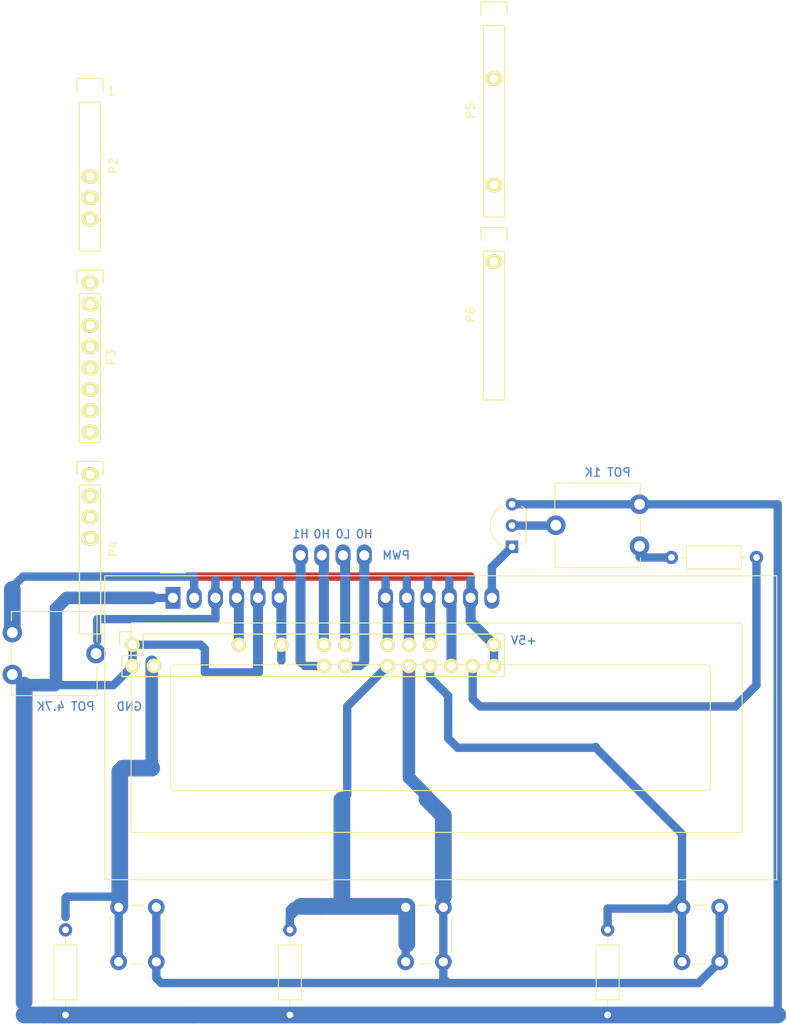
<source format=kicad_pcb>
(kicad_pcb (version 20171130) (host pcbnew 5.0.2-bee76a0~70~ubuntu18.10.1)

  (general
    (thickness 1.6)
    (drawings 10)
    (tracks 134)
    (zones 0)
    (modules 17)
    (nets 1)
  )

  (page A4 portrait)
  (layers
    (0 F.Cu signal)
    (31 B.Cu signal)
    (32 B.Adhes user)
    (33 F.Adhes user)
    (34 B.Paste user)
    (35 F.Paste user)
    (36 B.SilkS user)
    (37 F.SilkS user)
    (38 B.Mask user)
    (39 F.Mask user)
    (40 Dwgs.User user)
    (41 Cmts.User user)
    (42 Eco1.User user)
    (43 Eco2.User user)
    (44 Edge.Cuts user)
    (45 Margin user)
    (46 B.CrtYd user)
    (47 F.CrtYd user)
    (48 B.Fab user)
    (49 F.Fab user hide)
  )

  (setup
    (last_trace_width 1)
    (trace_clearance 0.2)
    (zone_clearance 0.508)
    (zone_45_only no)
    (trace_min 0.2)
    (segment_width 0.2)
    (edge_width 0.15)
    (via_size 0.8)
    (via_drill 0.4)
    (via_min_size 0.4)
    (via_min_drill 0.3)
    (uvia_size 0.3)
    (uvia_drill 0.1)
    (uvias_allowed no)
    (uvia_min_size 0.2)
    (uvia_min_drill 0.1)
    (pcb_text_width 0.3)
    (pcb_text_size 1.5 1.5)
    (mod_edge_width 0.15)
    (mod_text_size 1 1)
    (mod_text_width 0.15)
    (pad_size 1.524 1.524)
    (pad_drill 0.762)
    (pad_to_mask_clearance 0.051)
    (solder_mask_min_width 0.25)
    (aux_axis_origin 0 0)
    (visible_elements FFFFFF7F)
    (pcbplotparams
      (layerselection 0x010fc_ffffffff)
      (usegerberextensions false)
      (usegerberattributes false)
      (usegerberadvancedattributes false)
      (creategerberjobfile false)
      (excludeedgelayer true)
      (linewidth 0.100000)
      (plotframeref false)
      (viasonmask false)
      (mode 1)
      (useauxorigin false)
      (hpglpennumber 1)
      (hpglpenspeed 20)
      (hpglpendiameter 15.000000)
      (psnegative false)
      (psa4output false)
      (plotreference true)
      (plotvalue true)
      (plotinvisibletext false)
      (padsonsilk false)
      (subtractmaskfromsilk false)
      (outputformat 1)
      (mirror false)
      (drillshape 0)
      (scaleselection 1)
      (outputdirectory "./"))
  )

  (net 0 "")

  (net_class Default "This is the default net class."
    (clearance 0.2)
    (trace_width 1)
    (via_dia 0.8)
    (via_drill 0.4)
    (uvia_dia 0.3)
    (uvia_drill 0.1)
  )

  (module Display:WC1602A (layer F.Cu) (tedit 5C3CA4E0) (tstamp 5C3186EE)
    (at 77.606917 138.170441)
    (descr "LCD 16x2 http://www.wincomlcd.com/pdf/WC1602A-SFYLYHTC06.pdf")
    (tags "LCD 16x2 Alphanumeric 16pin")
    (fp_text reference LCD (at 8.753083 -4.820441) (layer B.Adhes)
      (effects (font (size 1 1) (thickness 0.15)) (justify mirror))
    )
    (fp_text value WC1602A (at -4.31 34.66) (layer F.Fab)
      (effects (font (size 1 1) (thickness 0.15)))
    )
    (fp_line (start -8 33.5) (end -8 -2.5) (layer F.Fab) (width 0.1))
    (fp_line (start 72 33.5) (end -8 33.5) (layer F.Fab) (width 0.1))
    (fp_line (start 72 -2.5) (end 72 33.5) (layer F.Fab) (width 0.1))
    (fp_line (start 1 -2.5) (end 72 -2.5) (layer F.Fab) (width 0.1))
    (fp_line (start -5 28) (end -5 3) (layer F.SilkS) (width 0.12))
    (fp_line (start 68 28) (end -5 28) (layer F.SilkS) (width 0.12))
    (fp_line (start 68 3) (end 68 28) (layer F.SilkS) (width 0.12))
    (fp_line (start -5 3) (end 68 3) (layer F.SilkS) (width 0.12))
    (fp_arc (start 0.20066 8.49884) (end -0.29972 8.49884) (angle 90) (layer F.SilkS) (width 0.12))
    (fp_arc (start 0.20066 22.49932) (end 0.20066 22.9997) (angle 90) (layer F.SilkS) (width 0.12))
    (fp_arc (start 63.70066 22.49932) (end 64.20104 22.49932) (angle 90) (layer F.SilkS) (width 0.12))
    (fp_arc (start 63.7 8.5) (end 63.7 8) (angle 90) (layer F.SilkS) (width 0.12))
    (fp_line (start 64.2 8.5) (end 64.2 22.5) (layer F.SilkS) (width 0.12))
    (fp_line (start 63.70066 23) (end 0.2 23) (layer F.SilkS) (width 0.12))
    (fp_line (start -0.29972 22.49932) (end -0.29972 8.5) (layer F.SilkS) (width 0.12))
    (fp_line (start 0.2 8) (end 63.7 8) (layer F.SilkS) (width 0.12))
    (fp_text user %R (at 30.37 14.74) (layer F.Fab)
      (effects (font (size 1 1) (thickness 0.1)))
    )
    (fp_line (start -1 -2.5) (end -8 -2.5) (layer F.Fab) (width 0.1))
    (fp_line (start 0 -1.5) (end -1 -2.5) (layer F.Fab) (width 0.1))
    (fp_line (start 1 -2.5) (end 0 -1.5) (layer F.Fab) (width 0.1))
    (fp_line (start -8.25 -2.75) (end 72.25 -2.75) (layer F.CrtYd) (width 0.05))
    (fp_line (start -1.5 -3) (end 1.5 -3) (layer F.SilkS) (width 0.12))
    (fp_line (start 72.25 -2.75) (end 72.25 33.75) (layer F.CrtYd) (width 0.05))
    (fp_line (start -8.25 33.75) (end 72.25 33.75) (layer F.CrtYd) (width 0.05))
    (fp_line (start -8.25 -2.75) (end -8.25 33.75) (layer F.CrtYd) (width 0.05))
    (fp_line (start -8.13 -2.64) (end -7.34 -2.64) (layer F.SilkS) (width 0.12))
    (fp_line (start -8.14 -2.64) (end -8.14 33.64) (layer F.SilkS) (width 0.12))
    (fp_line (start 72.14 -2.64) (end -7.34 -2.64) (layer F.SilkS) (width 0.12))
    (fp_line (start 72.14 33.64) (end 72.14 -2.64) (layer F.SilkS) (width 0.12))
    (fp_line (start -8.14 33.64) (end 72.14 33.64) (layer F.SilkS) (width 0.12))
    (pad 16 thru_hole oval (at 38.1 0) (size 1.8 2.6) (drill 1.2) (layers *.Cu *.Mask))
    (pad 15 thru_hole oval (at 35.56 0) (size 1.8 2.6) (drill 1.2) (layers *.Cu *.Mask))
    (pad 14 thru_hole oval (at 33.02 0) (size 1.8 2.6) (drill 1.2) (layers *.Cu *.Mask))
    (pad 13 thru_hole oval (at 30.48 0) (size 1.8 2.6) (drill 1.2) (layers *.Cu *.Mask))
    (pad 12 thru_hole oval (at 27.94 0) (size 1.8 2.6) (drill 1.2) (layers *.Cu *.Mask))
    (pad 11 thru_hole oval (at 25.4 0) (size 1.8 2.6) (drill 1.2) (layers *.Cu *.Mask))
    (pad 10 thru_hole oval (at 22.86 -5.08) (size 1.8 2.6) (drill 1.2) (layers *.Cu *.Mask))
    (pad 9 thru_hole oval (at 20.32 -5.08) (size 1.8 2.6) (drill 1.2) (layers *.Cu *.Mask))
    (pad 8 thru_hole oval (at 17.78 -5.08) (size 1.8 2.6) (drill 1.2) (layers *.Cu *.Mask))
    (pad 7 thru_hole oval (at 15.24 -5.08) (size 1.8 2.6) (drill 1.2) (layers *.Cu *.Mask))
    (pad 6 thru_hole oval (at 12.7 0) (size 1.8 2.6) (drill 1.2) (layers *.Cu *.Mask))
    (pad 5 thru_hole oval (at 10.16 0) (size 1.8 2.6) (drill 1.2) (layers *.Cu *.Mask))
    (pad 4 thru_hole oval (at 7.62 0) (size 1.8 2.6) (drill 1.2) (layers *.Cu *.Mask))
    (pad 3 thru_hole oval (at 5.08 0) (size 1.8 2.6) (drill 1.2) (layers *.Cu *.Mask))
    (pad 2 thru_hole oval (at 2.54 0) (size 1.8 2.6) (drill 1.2) (layers *.Cu *.Mask))
    (pad 1 thru_hole rect (at 0 0) (size 1.8 2.6) (drill 1.2) (layers *.Cu *.Mask))
    (model ${KISYS3DMOD}/Display.3dshapes/WC1602A.wrl
      (at (xyz 0 0 0))
      (scale (xyz 1 1 1))
      (rotate (xyz 0 0 0))
    )
  )

  (module Socket_Arduino_Mega:Socket_Strip_Arduino_2x18 locked (layer F.Cu) (tedit 5C3CA50B) (tstamp 5C3212E1)
    (at 72.780917 143.758441)
    (descr "Through hole socket strip")
    (tags "socket strip")
    (path /56D743B5)
    (fp_text reference "ARDUINO DIGITAL I/O" (at 16.119083 5.842) (layer B.Adhes)
      (effects (font (size 1 1) (thickness 0.15)) (justify mirror))
    )
    (fp_text value Digital (at 21.59 -4.572) (layer F.Fab)
      (effects (font (size 1 1) (thickness 0.15)))
    )
    (fp_line (start -1.55 -1.55) (end -1.55 0) (layer F.SilkS) (width 0.15))
    (fp_line (start 1.27 1.27) (end 1.27 -1.27) (layer F.SilkS) (width 0.15))
    (fp_line (start -1.27 1.27) (end 1.27 1.27) (layer F.SilkS) (width 0.15))
    (fp_line (start 0 -1.55) (end -1.55 -1.55) (layer F.SilkS) (width 0.15))
    (fp_line (start -1.27 3.81) (end -1.27 1.27) (layer F.SilkS) (width 0.15))
    (fp_line (start 44.45 3.81) (end 44.45 -1.27) (layer F.SilkS) (width 0.15))
    (fp_line (start 44.45 -1.27) (end 1.27 -1.27) (layer F.SilkS) (width 0.15))
    (fp_line (start -1.27 3.81) (end 44.45 3.81) (layer F.SilkS) (width 0.15))
    (fp_line (start -1.75 4.3) (end 44.95 4.3) (layer F.CrtYd) (width 0.05))
    (fp_line (start -1.75 -1.75) (end 44.95 -1.75) (layer F.CrtYd) (width 0.05))
    (fp_line (start 44.95 -1.75) (end 44.95 4.3) (layer F.CrtYd) (width 0.05))
    (fp_line (start -1.75 -1.75) (end -1.75 4.3) (layer F.CrtYd) (width 0.05))
    (pad 20 thru_hole oval (at 43.18 0) (size 1.7272 1.7272) (drill 1.016) (layers *.Cu *.Mask F.SilkS))
    (pad 29 thru_hole oval (at 33.02 2.54) (size 1.7272 1.7272) (drill 1.016) (layers *.Cu *.Mask F.SilkS))
    (pad 31 thru_hole oval (at 30.48 2.54) (size 1.7272 1.7272) (drill 1.016) (layers *.Cu *.Mask F.SilkS))
    (pad 40 thru_hole oval (at 17.78 0) (size 1.7272 1.7272) (drill 1.016) (layers *.Cu *.Mask F.SilkS))
    (pad 53 thru_hole oval (at 2.54 2.54) (size 1.7272 1.7272) (drill 1.016) (layers *.Cu *.Mask F.SilkS))
    (pad 55 thru_hole oval (at 0 2.54) (size 1.7272 1.7272) (drill 1.016) (layers *.Cu *.Mask F.SilkS))
    (pad 27 thru_hole oval (at 35.56 2.54) (size 1.7272 1.7272) (drill 1.016) (layers *.Cu *.Mask F.SilkS))
    (pad 25 thru_hole oval (at 38.1 2.54) (size 1.7272 1.7272) (drill 1.016) (layers *.Cu *.Mask F.SilkS))
    (pad 21 thru_hole oval (at 43.18 2.54) (size 1.7272 1.7272) (drill 1.016) (layers *.Cu *.Mask F.SilkS))
    (pad 54 thru_hole oval (at 0 0) (size 1.7272 1.7272) (drill 1.016) (layers *.Cu *.Mask F.SilkS))
    (pad 26 thru_hole oval (at 35.56 0) (size 1.7272 1.7272) (drill 1.016) (layers *.Cu *.Mask F.SilkS))
    (pad 28 thru_hole oval (at 33.02 0) (size 1.7272 1.7272) (drill 1.016) (layers *.Cu *.Mask F.SilkS))
    (pad 30 thru_hole oval (at 30.48 0) (size 1.7272 1.7272) (drill 1.016) (layers *.Cu *.Mask F.SilkS))
    (pad 23 thru_hole oval (at 40.64 2.54) (size 1.7272 1.7272) (drill 1.016) (layers *.Cu *.Mask F.SilkS))
    (pad 44 thru_hole oval (at 12.7 0) (size 1.7272 1.7272) (drill 1.016) (layers *.Cu *.Mask F.SilkS))
    (pad 34 thru_hole oval (at 25.4 0) (size 1.7272 1.7272) (drill 1.016) (layers *.Cu *.Mask F.SilkS))
    (pad 36 thru_hole oval (at 22.86 0) (size 1.7272 1.7272) (drill 1.016) (layers *.Cu *.Mask F.SilkS))
    (pad 37 thru_hole oval (at 22.86 2.54) (size 1.7272 1.7272) (drill 1.016) (layers *.Cu *.Mask F.SilkS))
    (pad 35 thru_hole oval (at 25.4 2.54) (size 1.7272 1.7272) (drill 1.016) (layers *.Cu *.Mask F.SilkS))
  )

  (module Socket_Arduino_Mega:Socket_Strip_Arduino_1x08 locked (layer F.Cu) (tedit 5C322F4C) (tstamp 5C321340)
    (at 67.700917 77.718441 270)
    (descr "Through hole socket strip")
    (tags "socket strip")
    (path /56D71773)
    (fp_text reference P2 (at 8.89 -2.794 270) (layer F.SilkS)
      (effects (font (size 1 1) (thickness 0.15)))
    )
    (fp_text value Power (at 8.89 -4.318 270) (layer F.Fab)
      (effects (font (size 1 1) (thickness 0.15)))
    )
    (fp_line (start -1.55 -1.55) (end -1.55 1.55) (layer F.SilkS) (width 0.15))
    (fp_line (start 0 -1.55) (end -1.55 -1.55) (layer F.SilkS) (width 0.15))
    (fp_line (start 1.27 1.27) (end 1.27 -1.27) (layer F.SilkS) (width 0.15))
    (fp_line (start -1.55 1.55) (end 0 1.55) (layer F.SilkS) (width 0.15))
    (fp_line (start 19.05 -1.27) (end 1.27 -1.27) (layer F.SilkS) (width 0.15))
    (fp_line (start 19.05 1.27) (end 19.05 -1.27) (layer F.SilkS) (width 0.15))
    (fp_line (start 1.27 1.27) (end 19.05 1.27) (layer F.SilkS) (width 0.15))
    (fp_line (start -1.75 1.75) (end 19.55 1.75) (layer F.CrtYd) (width 0.05))
    (fp_line (start -1.75 -1.75) (end 19.55 -1.75) (layer F.CrtYd) (width 0.05))
    (fp_line (start 19.55 -1.75) (end 19.55 1.75) (layer F.CrtYd) (width 0.05))
    (fp_line (start -1.75 -1.75) (end -1.75 1.75) (layer F.CrtYd) (width 0.05))
    (pad 7 thru_hole oval (at 15.24 0 270) (size 1.7272 2.032) (drill 1.016) (layers *.Cu *.Mask F.SilkS))
    (pad 6 thru_hole oval (at 12.7 0 270) (size 1.7272 2.032) (drill 1.016) (layers *.Cu *.Mask F.SilkS))
    (pad 5 thru_hole oval (at 10.16 0 270) (size 1.7272 2.032) (drill 1.016) (layers *.Cu *.Mask F.SilkS))
  )

  (module Resistor_THT:R_Axial_DIN0207_L6.3mm_D2.5mm_P10.16mm_Horizontal (layer F.Cu) (tedit 5C3CA538) (tstamp 5C3248A5)
    (at 147.32 133.35 180)
    (descr "Resistor, Axial_DIN0207 series, Axial, Horizontal, pin pitch=10.16mm, 0.25W = 1/4W, length*diameter=6.3*2.5mm^2, http://cdn-reichelt.de/documents/datenblatt/B400/1_4W%23YAG.pdf")
    (tags "Resistor Axial_DIN0207 series Axial Horizontal pin pitch 10.16mm 0.25W = 1/4W length 6.3mm diameter 2.5mm")
    (fp_text reference "1.5 K" (at 7.360441 1.133083 270) (layer B.Adhes)
      (effects (font (size 1 1) (thickness 0.15)) (justify mirror))
    )
    (fp_text value R_Axial_DIN0207_L6.3mm_D2.5mm_P10.16mm_Horizontal (at 5.08 2.37 180) (layer F.Fab)
      (effects (font (size 1 1) (thickness 0.15)))
    )
    (fp_text user %R (at 5.08 0 180) (layer F.Fab)
      (effects (font (size 1 1) (thickness 0.15)))
    )
    (fp_line (start 11.21 -1.5) (end -1.05 -1.5) (layer F.CrtYd) (width 0.05))
    (fp_line (start 11.21 1.5) (end 11.21 -1.5) (layer F.CrtYd) (width 0.05))
    (fp_line (start -1.05 1.5) (end 11.21 1.5) (layer F.CrtYd) (width 0.05))
    (fp_line (start -1.05 -1.5) (end -1.05 1.5) (layer F.CrtYd) (width 0.05))
    (fp_line (start 9.12 0) (end 8.35 0) (layer F.SilkS) (width 0.12))
    (fp_line (start 1.04 0) (end 1.81 0) (layer F.SilkS) (width 0.12))
    (fp_line (start 8.35 -1.37) (end 1.81 -1.37) (layer F.SilkS) (width 0.12))
    (fp_line (start 8.35 1.37) (end 8.35 -1.37) (layer F.SilkS) (width 0.12))
    (fp_line (start 1.81 1.37) (end 8.35 1.37) (layer F.SilkS) (width 0.12))
    (fp_line (start 1.81 -1.37) (end 1.81 1.37) (layer F.SilkS) (width 0.12))
    (fp_line (start 10.16 0) (end 8.23 0) (layer F.Fab) (width 0.1))
    (fp_line (start 0 0) (end 1.93 0) (layer F.Fab) (width 0.1))
    (fp_line (start 8.23 -1.25) (end 1.93 -1.25) (layer F.Fab) (width 0.1))
    (fp_line (start 8.23 1.25) (end 8.23 -1.25) (layer F.Fab) (width 0.1))
    (fp_line (start 1.93 1.25) (end 8.23 1.25) (layer F.Fab) (width 0.1))
    (fp_line (start 1.93 -1.25) (end 1.93 1.25) (layer F.Fab) (width 0.1))
    (pad 2 thru_hole oval (at 10.16 0 180) (size 1.6 1.6) (drill 0.8) (layers *.Cu *.Mask))
    (pad 1 thru_hole circle (at 0 0 180) (size 1.6 1.6) (drill 0.8) (layers *.Cu *.Mask))
    (model ${KISYS3DMOD}/Resistor_THT.3dshapes/R_Axial_DIN0207_L6.3mm_D2.5mm_P10.16mm_Horizontal.wrl
      (at (xyz 0 0 0))
      (scale (xyz 1 1 1))
      (rotate (xyz 0 0 0))
    )
  )

  (module Resistor_THT:R_Axial_DIN0207_L6.3mm_D2.5mm_P10.16mm_Horizontal (layer F.Cu) (tedit 5C3CA551) (tstamp 5C32391D)
    (at 129.54 187.96 90)
    (descr "Resistor, Axial_DIN0207 series, Axial, Horizontal, pin pitch=10.16mm, 0.25W = 1/4W, length*diameter=6.3*2.5mm^2, http://cdn-reichelt.de/documents/datenblatt/B400/1_4W%23YAG.pdf")
    (tags "Resistor Axial_DIN0207 series Axial Horizontal pin pitch 10.16mm 0.25W = 1/4W length 6.3mm diameter 2.5mm")
    (fp_text reference "10 K" (at 5.08 0) (layer B.Adhes)
      (effects (font (size 1 1) (thickness 0.15)) (justify mirror))
    )
    (fp_text value R_Axial_DIN0207_L6.3mm_D2.5mm_P10.16mm_Horizontal (at 5.08 2.37 90) (layer F.Fab)
      (effects (font (size 1 1) (thickness 0.15)))
    )
    (fp_text user %R (at 5.08 0 90) (layer F.Fab)
      (effects (font (size 1 1) (thickness 0.15)))
    )
    (fp_line (start 11.21 -1.5) (end -1.05 -1.5) (layer F.CrtYd) (width 0.05))
    (fp_line (start 11.21 1.5) (end 11.21 -1.5) (layer F.CrtYd) (width 0.05))
    (fp_line (start -1.05 1.5) (end 11.21 1.5) (layer F.CrtYd) (width 0.05))
    (fp_line (start -1.05 -1.5) (end -1.05 1.5) (layer F.CrtYd) (width 0.05))
    (fp_line (start 9.12 0) (end 8.35 0) (layer F.SilkS) (width 0.12))
    (fp_line (start 1.04 0) (end 1.81 0) (layer F.SilkS) (width 0.12))
    (fp_line (start 8.35 -1.37) (end 1.81 -1.37) (layer F.SilkS) (width 0.12))
    (fp_line (start 8.35 1.37) (end 8.35 -1.37) (layer F.SilkS) (width 0.12))
    (fp_line (start 1.81 1.37) (end 8.35 1.37) (layer F.SilkS) (width 0.12))
    (fp_line (start 1.81 -1.37) (end 1.81 1.37) (layer F.SilkS) (width 0.12))
    (fp_line (start 10.16 0) (end 8.23 0) (layer F.Fab) (width 0.1))
    (fp_line (start 0 0) (end 1.93 0) (layer F.Fab) (width 0.1))
    (fp_line (start 8.23 -1.25) (end 1.93 -1.25) (layer F.Fab) (width 0.1))
    (fp_line (start 8.23 1.25) (end 8.23 -1.25) (layer F.Fab) (width 0.1))
    (fp_line (start 1.93 1.25) (end 8.23 1.25) (layer F.Fab) (width 0.1))
    (fp_line (start 1.93 -1.25) (end 1.93 1.25) (layer F.Fab) (width 0.1))
    (pad 2 thru_hole oval (at 10.16 0 90) (size 1.6 1.6) (drill 0.8) (layers *.Cu *.Mask))
    (pad 1 thru_hole circle (at 0 0 90) (size 1.6 1.6) (drill 0.8) (layers *.Cu *.Mask))
    (model ${KISYS3DMOD}/Resistor_THT.3dshapes/R_Axial_DIN0207_L6.3mm_D2.5mm_P10.16mm_Horizontal.wrl
      (at (xyz 0 0 0))
      (scale (xyz 1 1 1))
      (rotate (xyz 0 0 0))
    )
  )

  (module Resistor_THT:R_Axial_DIN0207_L6.3mm_D2.5mm_P10.16mm_Horizontal (layer F.Cu) (tedit 5C3CA5F9) (tstamp 5C32391D)
    (at 91.576917 187.96 90)
    (descr "Resistor, Axial_DIN0207 series, Axial, Horizontal, pin pitch=10.16mm, 0.25W = 1/4W, length*diameter=6.3*2.5mm^2, http://cdn-reichelt.de/documents/datenblatt/B400/1_4W%23YAG.pdf")
    (tags "Resistor Axial_DIN0207 series Axial Horizontal pin pitch 10.16mm 0.25W = 1/4W length 6.3mm diameter 2.5mm")
    (fp_text reference "10 K" (at 5.08 0 180) (layer B.Adhes)
      (effects (font (size 1 1) (thickness 0.15)) (justify mirror))
    )
    (fp_text value R_Axial_DIN0207_L6.3mm_D2.5mm_P10.16mm_Horizontal (at 5.08 2.37 90) (layer F.Fab) hide
      (effects (font (size 1 1) (thickness 0.15)))
    )
    (fp_line (start 1.93 -1.25) (end 1.93 1.25) (layer F.Fab) (width 0.1))
    (fp_line (start 1.93 1.25) (end 8.23 1.25) (layer F.Fab) (width 0.1))
    (fp_line (start 8.23 1.25) (end 8.23 -1.25) (layer F.Fab) (width 0.1))
    (fp_line (start 8.23 -1.25) (end 1.93 -1.25) (layer F.Fab) (width 0.1))
    (fp_line (start 0 0) (end 1.93 0) (layer F.Fab) (width 0.1))
    (fp_line (start 10.16 0) (end 8.23 0) (layer F.Fab) (width 0.1))
    (fp_line (start 1.81 -1.37) (end 1.81 1.37) (layer F.SilkS) (width 0.12))
    (fp_line (start 1.81 1.37) (end 8.35 1.37) (layer F.SilkS) (width 0.12))
    (fp_line (start 8.35 1.37) (end 8.35 -1.37) (layer F.SilkS) (width 0.12))
    (fp_line (start 8.35 -1.37) (end 1.81 -1.37) (layer F.SilkS) (width 0.12))
    (fp_line (start 1.04 0) (end 1.81 0) (layer F.SilkS) (width 0.12))
    (fp_line (start 9.12 0) (end 8.35 0) (layer F.SilkS) (width 0.12))
    (fp_line (start -1.05 -1.5) (end -1.05 1.5) (layer F.CrtYd) (width 0.05))
    (fp_line (start -1.05 1.5) (end 11.21 1.5) (layer F.CrtYd) (width 0.05))
    (fp_line (start 11.21 1.5) (end 11.21 -1.5) (layer F.CrtYd) (width 0.05))
    (fp_line (start 11.21 -1.5) (end -1.05 -1.5) (layer F.CrtYd) (width 0.05))
    (fp_text user %R (at 5.08 0 90) (layer F.Fab)
      (effects (font (size 1 1) (thickness 0.15)))
    )
    (pad 1 thru_hole circle (at 0 0 90) (size 1.6 1.6) (drill 0.8) (layers *.Cu *.Mask))
    (pad 2 thru_hole oval (at 10.16 0 90) (size 1.6 1.6) (drill 0.8) (layers *.Cu *.Mask))
    (model ${KISYS3DMOD}/Resistor_THT.3dshapes/R_Axial_DIN0207_L6.3mm_D2.5mm_P10.16mm_Horizontal.wrl
      (at (xyz 0 0 0))
      (scale (xyz 1 1 1))
      (rotate (xyz 0 0 0))
    )
  )

  (module Socket_Arduino_Mega:Socket_Strip_Arduino_1x08 locked (layer F.Cu) (tedit 5C31FEFF) (tstamp 5C3212AA)
    (at 115.960917 95.498441 270)
    (descr "Through hole socket strip")
    (tags "socket strip")
    (path /56D734D0)
    (fp_text reference P6 (at 8.89 2.794 270) (layer F.SilkS)
      (effects (font (size 1 1) (thickness 0.15)))
    )
    (fp_text value PWM (at 8.89 4.318 270) (layer F.Fab)
      (effects (font (size 1 1) (thickness 0.15)))
    )
    (fp_line (start -1.55 -1.55) (end -1.55 1.55) (layer F.SilkS) (width 0.15))
    (fp_line (start 0 -1.55) (end -1.55 -1.55) (layer F.SilkS) (width 0.15))
    (fp_line (start 1.27 1.27) (end 1.27 -1.27) (layer F.SilkS) (width 0.15))
    (fp_line (start -1.55 1.55) (end 0 1.55) (layer F.SilkS) (width 0.15))
    (fp_line (start 19.05 -1.27) (end 1.27 -1.27) (layer F.SilkS) (width 0.15))
    (fp_line (start 19.05 1.27) (end 19.05 -1.27) (layer F.SilkS) (width 0.15))
    (fp_line (start 1.27 1.27) (end 19.05 1.27) (layer F.SilkS) (width 0.15))
    (fp_line (start -1.75 1.75) (end 19.55 1.75) (layer F.CrtYd) (width 0.05))
    (fp_line (start -1.75 -1.75) (end 19.55 -1.75) (layer F.CrtYd) (width 0.05))
    (fp_line (start 19.55 -1.75) (end 19.55 1.75) (layer F.CrtYd) (width 0.05))
    (fp_line (start -1.75 -1.75) (end -1.75 1.75) (layer F.CrtYd) (width 0.05))
    (pad 2 thru_hole oval (at 2.54 0 270) (size 1.7272 2.032) (drill 1.016) (layers *.Cu *.Mask F.SilkS))
  )

  (module Socket_Arduino_Mega:Socket_Strip_Arduino_1x10 locked (layer F.Cu) (tedit 5C31FEC3) (tstamp 5C321291)
    (at 115.960917 68.574441 270)
    (descr "Through hole socket strip")
    (tags "socket strip")
    (path /56D72368)
    (fp_text reference P5 (at 11.43 2.794 270) (layer F.SilkS)
      (effects (font (size 1 1) (thickness 0.15)))
    )
    (fp_text value PWM (at 11.43 4.318 270) (layer F.Fab)
      (effects (font (size 1 1) (thickness 0.15)))
    )
    (fp_line (start -1.55 -1.55) (end -1.55 1.55) (layer F.SilkS) (width 0.15))
    (fp_line (start 0 -1.55) (end -1.55 -1.55) (layer F.SilkS) (width 0.15))
    (fp_line (start 1.27 1.27) (end 1.27 -1.27) (layer F.SilkS) (width 0.15))
    (fp_line (start -1.55 1.55) (end 0 1.55) (layer F.SilkS) (width 0.15))
    (fp_line (start 24.13 -1.27) (end 1.27 -1.27) (layer F.SilkS) (width 0.15))
    (fp_line (start 24.13 1.27) (end 24.13 -1.27) (layer F.SilkS) (width 0.15))
    (fp_line (start 1.27 1.27) (end 24.13 1.27) (layer F.SilkS) (width 0.15))
    (fp_line (start -1.75 1.75) (end 24.65 1.75) (layer F.CrtYd) (width 0.05))
    (fp_line (start -1.75 -1.75) (end 24.65 -1.75) (layer F.CrtYd) (width 0.05))
    (fp_line (start 24.65 -1.75) (end 24.65 1.75) (layer F.CrtYd) (width 0.05))
    (fp_line (start -1.75 -1.75) (end -1.75 1.75) (layer F.CrtYd) (width 0.05))
    (pad 9 thru_hole oval (at 20.32 0 270) (size 1.7272 2.032) (drill 1.016) (layers *.Cu *.Mask F.SilkS))
    (pad 4 thru_hole oval (at 7.62 0 270) (size 1.7272 2.032) (drill 1.016) (layers *.Cu *.Mask F.SilkS))
  )

  (module Socket_Arduino_Mega:Socket_Strip_Arduino_1x08 locked (layer F.Cu) (tedit 5C31FE45) (tstamp 5C321314)
    (at 67.700917 123.438441 270)
    (descr "Through hole socket strip")
    (tags "socket strip")
    (path /56D73A0E)
    (fp_text reference P4 (at 8.89 -2.794 270) (layer F.SilkS)
      (effects (font (size 1 1) (thickness 0.15)))
    )
    (fp_text value Analog (at 8.89 -4.318 270) (layer F.Fab)
      (effects (font (size 1 1) (thickness 0.15)))
    )
    (fp_line (start -1.55 -1.55) (end -1.55 1.55) (layer F.SilkS) (width 0.15))
    (fp_line (start 0 -1.55) (end -1.55 -1.55) (layer F.SilkS) (width 0.15))
    (fp_line (start 1.27 1.27) (end 1.27 -1.27) (layer F.SilkS) (width 0.15))
    (fp_line (start -1.55 1.55) (end 0 1.55) (layer F.SilkS) (width 0.15))
    (fp_line (start 19.05 -1.27) (end 1.27 -1.27) (layer F.SilkS) (width 0.15))
    (fp_line (start 19.05 1.27) (end 19.05 -1.27) (layer F.SilkS) (width 0.15))
    (fp_line (start 1.27 1.27) (end 19.05 1.27) (layer F.SilkS) (width 0.15))
    (fp_line (start -1.75 1.75) (end 19.55 1.75) (layer F.CrtYd) (width 0.05))
    (fp_line (start -1.75 -1.75) (end 19.55 -1.75) (layer F.CrtYd) (width 0.05))
    (fp_line (start 19.55 -1.75) (end 19.55 1.75) (layer F.CrtYd) (width 0.05))
    (fp_line (start -1.75 -1.75) (end -1.75 1.75) (layer F.CrtYd) (width 0.05))
    (pad 4 thru_hole oval (at 7.62 0 270) (size 1.7272 2.032) (drill 1.016) (layers *.Cu *.Mask F.SilkS))
    (pad 3 thru_hole oval (at 5.08 0 270) (size 1.7272 2.032) (drill 1.016) (layers *.Cu *.Mask F.SilkS))
    (pad 2 thru_hole oval (at 2.54 0 270) (size 1.7272 2.032) (drill 1.016) (layers *.Cu *.Mask F.SilkS))
    (pad 1 thru_hole oval (at 0 0 270) (size 1.7272 2.032) (drill 1.016) (layers *.Cu *.Mask F.SilkS))
  )

  (module Socket_Arduino_Mega:Socket_Strip_Arduino_1x08 locked (layer F.Cu) (tedit 5521677D) (tstamp 5C32132A)
    (at 67.700917 100.578441 270)
    (descr "Through hole socket strip")
    (tags "socket strip")
    (path /56D72F1C)
    (fp_text reference P3 (at 8.89 -2.54 270) (layer F.SilkS)
      (effects (font (size 1 1) (thickness 0.15)))
    )
    (fp_text value Analog (at 8.89 -4.318 270) (layer F.Fab)
      (effects (font (size 1 1) (thickness 0.15)))
    )
    (fp_line (start -1.55 -1.55) (end -1.55 1.55) (layer F.SilkS) (width 0.15))
    (fp_line (start 0 -1.55) (end -1.55 -1.55) (layer F.SilkS) (width 0.15))
    (fp_line (start 1.27 1.27) (end 1.27 -1.27) (layer F.SilkS) (width 0.15))
    (fp_line (start -1.55 1.55) (end 0 1.55) (layer F.SilkS) (width 0.15))
    (fp_line (start 19.05 -1.27) (end 1.27 -1.27) (layer F.SilkS) (width 0.15))
    (fp_line (start 19.05 1.27) (end 19.05 -1.27) (layer F.SilkS) (width 0.15))
    (fp_line (start 1.27 1.27) (end 19.05 1.27) (layer F.SilkS) (width 0.15))
    (fp_line (start -1.75 1.75) (end 19.55 1.75) (layer F.CrtYd) (width 0.05))
    (fp_line (start -1.75 -1.75) (end 19.55 -1.75) (layer F.CrtYd) (width 0.05))
    (fp_line (start 19.55 -1.75) (end 19.55 1.75) (layer F.CrtYd) (width 0.05))
    (fp_line (start -1.75 -1.75) (end -1.75 1.75) (layer F.CrtYd) (width 0.05))
    (pad 8 thru_hole oval (at 17.78 0 270) (size 1.7272 2.032) (drill 1.016) (layers *.Cu *.Mask F.SilkS))
    (pad 7 thru_hole oval (at 15.24 0 270) (size 1.7272 2.032) (drill 1.016) (layers *.Cu *.Mask F.SilkS))
    (pad 6 thru_hole oval (at 12.7 0 270) (size 1.7272 2.032) (drill 1.016) (layers *.Cu *.Mask F.SilkS))
    (pad 5 thru_hole oval (at 10.16 0 270) (size 1.7272 2.032) (drill 1.016) (layers *.Cu *.Mask F.SilkS))
    (pad 4 thru_hole oval (at 7.62 0 270) (size 1.7272 2.032) (drill 1.016) (layers *.Cu *.Mask F.SilkS))
    (pad 3 thru_hole oval (at 5.08 0 270) (size 1.7272 2.032) (drill 1.016) (layers *.Cu *.Mask F.SilkS))
    (pad 2 thru_hole oval (at 2.54 0 270) (size 1.7272 2.032) (drill 1.016) (layers *.Cu *.Mask F.SilkS))
    (pad 1 thru_hole oval (at 0 0 270) (size 1.7272 2.032) (drill 1.016) (layers *.Cu *.Mask F.SilkS))
  )

  (module Potentiometer_THT:Potentiometer_ACP_CA9-V10_Vertical (layer F.Cu) (tedit 5C3CABD6) (tstamp 5C32B9C1)
    (at 133.35 127 180)
    (descr "Potentiometer, vertical, ACP CA9-V10, http://www.acptechnologies.com/wp-content/uploads/2017/05/02-ACP-CA9-CE9.pdf")
    (tags "Potentiometer vertical ACP CA9-V10")
    (fp_text reference "BRILHO LCD" (at 12.7 3.81 270) (layer B.Adhes)
      (effects (font (size 1 1) (thickness 0.15)) (justify mirror))
    )
    (fp_text value Potentiometer_ACP_CA9-V10_Vertical (at 5 3.65 180) (layer F.Fab)
      (effects (font (size 1 1) (thickness 0.15)))
    )
    (fp_circle (center 5 -2.5) (end 6.05 -2.5) (layer F.Fab) (width 0.1))
    (fp_line (start 0 -7.4) (end 0 2.4) (layer F.Fab) (width 0.1))
    (fp_line (start 0 2.4) (end 10 2.4) (layer F.Fab) (width 0.1))
    (fp_line (start 10 2.4) (end 10 -7.4) (layer F.Fab) (width 0.1))
    (fp_line (start 10 -7.4) (end 0 -7.4) (layer F.Fab) (width 0.1))
    (fp_line (start -0.12 -7.521) (end 10.12 -7.521) (layer F.SilkS) (width 0.12))
    (fp_line (start -0.12 2.52) (end 10.12 2.52) (layer F.SilkS) (width 0.12))
    (fp_line (start -0.12 -7.521) (end -0.12 -6.426) (layer F.SilkS) (width 0.12))
    (fp_line (start -0.12 -3.574) (end -0.12 -1.425) (layer F.SilkS) (width 0.12))
    (fp_line (start -0.12 1.425) (end -0.12 2.52) (layer F.SilkS) (width 0.12))
    (fp_line (start 10.12 -7.521) (end 10.12 -3.925) (layer F.SilkS) (width 0.12))
    (fp_line (start 10.12 -1.075) (end 10.12 2.52) (layer F.SilkS) (width 0.12))
    (fp_line (start -1.45 -7.65) (end -1.45 2.7) (layer F.CrtYd) (width 0.05))
    (fp_line (start -1.45 2.7) (end 11.45 2.7) (layer F.CrtYd) (width 0.05))
    (fp_line (start 11.45 2.7) (end 11.45 -7.65) (layer F.CrtYd) (width 0.05))
    (fp_line (start 11.45 -7.65) (end -1.45 -7.65) (layer F.CrtYd) (width 0.05))
    (fp_text user %R (at 1 -2.5 -90) (layer F.Fab)
      (effects (font (size 1 1) (thickness 0.15)))
    )
    (pad 3 thru_hole circle (at 0 -5 180) (size 2.34 2.34) (drill 1.3) (layers *.Cu *.Mask))
    (pad 2 thru_hole circle (at 10 -2.5 180) (size 2.34 2.34) (drill 1.3) (layers *.Cu *.Mask))
    (pad 1 thru_hole circle (at 0 0 180) (size 2.34 2.34) (drill 1.3) (layers *.Cu *.Mask))
    (model ${KISYS3DMOD}/Potentiometer_THT.3dshapes/Potentiometer_ACP_CA9-V10_Vertical.wrl
      (at (xyz 0 0 0))
      (scale (xyz 1 1 1))
      (rotate (xyz 0 0 0))
    )
    (model /home/fgl27/Downloads/kicad-library-master/modules/packages3d/Potentiometers.3dshapes/Potentiometer_Trimmer_ACP_CA9v_Horizontal_Px10.0mm_Py5.0mm.wrl
      (at (xyz 0 0 0))
      (scale (xyz 0.4 0.4 0.325))
      (rotate (xyz 0 0 0))
    )
  )

  (module Button_Switch_THT:SW_PUSH_6mm_H7.3mm (layer F.Cu) (tedit 5C3CA603) (tstamp 5C327B2F)
    (at 71.12 181.61 90)
    (descr "tactile push button, 6x6mm e.g. PHAP33xx series, height=7.3mm")
    (tags "tact sw push 6mm")
    (fp_text reference "B1 DIMINUI" (at 11.43 6.35 180) (layer B.Adhes)
      (effects (font (size 1 1) (thickness 0.15)) (justify mirror))
    )
    (fp_text value SW_PUSH_6mm_H7.3mm (at 3.75 6.7 90) (layer F.Fab)
      (effects (font (size 1 1) (thickness 0.15)))
    )
    (fp_circle (center 3.25 2.25) (end 1.25 2.5) (layer F.Fab) (width 0.1))
    (fp_line (start 6.75 3) (end 6.75 1.5) (layer F.SilkS) (width 0.12))
    (fp_line (start 5.5 -1) (end 1 -1) (layer F.SilkS) (width 0.12))
    (fp_line (start -0.25 1.5) (end -0.25 3) (layer F.SilkS) (width 0.12))
    (fp_line (start 1 5.5) (end 5.5 5.5) (layer F.SilkS) (width 0.12))
    (fp_line (start 8 -1.25) (end 8 5.75) (layer F.CrtYd) (width 0.05))
    (fp_line (start 7.75 6) (end -1.25 6) (layer F.CrtYd) (width 0.05))
    (fp_line (start -1.5 5.75) (end -1.5 -1.25) (layer F.CrtYd) (width 0.05))
    (fp_line (start -1.25 -1.5) (end 7.75 -1.5) (layer F.CrtYd) (width 0.05))
    (fp_line (start -1.5 6) (end -1.25 6) (layer F.CrtYd) (width 0.05))
    (fp_line (start -1.5 5.75) (end -1.5 6) (layer F.CrtYd) (width 0.05))
    (fp_line (start -1.5 -1.5) (end -1.25 -1.5) (layer F.CrtYd) (width 0.05))
    (fp_line (start -1.5 -1.25) (end -1.5 -1.5) (layer F.CrtYd) (width 0.05))
    (fp_line (start 8 -1.5) (end 8 -1.25) (layer F.CrtYd) (width 0.05))
    (fp_line (start 7.75 -1.5) (end 8 -1.5) (layer F.CrtYd) (width 0.05))
    (fp_line (start 8 6) (end 8 5.75) (layer F.CrtYd) (width 0.05))
    (fp_line (start 7.75 6) (end 8 6) (layer F.CrtYd) (width 0.05))
    (fp_line (start 0.25 -0.75) (end 3.25 -0.75) (layer F.Fab) (width 0.1))
    (fp_line (start 0.25 5.25) (end 0.25 -0.75) (layer F.Fab) (width 0.1))
    (fp_line (start 6.25 5.25) (end 0.25 5.25) (layer F.Fab) (width 0.1))
    (fp_line (start 6.25 -0.75) (end 6.25 5.25) (layer F.Fab) (width 0.1))
    (fp_line (start 3.25 -0.75) (end 6.25 -0.75) (layer F.Fab) (width 0.1))
    (fp_text user %R (at 3.25 2.25 90) (layer F.Fab)
      (effects (font (size 1 1) (thickness 0.15)))
    )
    (pad 1 thru_hole circle (at 6.5 0 180) (size 2 2) (drill 1.1) (layers *.Cu *.Mask))
    (pad 2 thru_hole circle (at 6.5 4.5 180) (size 2 2) (drill 1.1) (layers *.Cu *.Mask))
    (pad 1 thru_hole circle (at 0 0 180) (size 2 2) (drill 1.1) (layers *.Cu *.Mask))
    (pad 2 thru_hole circle (at 0 4.5 180) (size 2 2) (drill 1.1) (layers *.Cu *.Mask))
    (model ${KISYS3DMOD}/Button_Switch_THT.3dshapes/SW_PUSH_6mm_H7.3mm.wrl
      (at (xyz 0 0 0))
      (scale (xyz 1 1 1))
      (rotate (xyz 0 0 0))
    )
  )

  (module Button_Switch_THT:SW_PUSH_6mm_H7.3mm (layer F.Cu) (tedit 5C3CAC33) (tstamp 5C327C2D)
    (at 105.41 181.61 90)
    (descr "tactile push button, 6x6mm e.g. PHAP33xx series, height=7.3mm")
    (tags "tact sw push 6mm")
    (fp_text reference "B2 TROCA" (at 8.89 10.16) (layer B.Adhes)
      (effects (font (size 1 1) (thickness 0.15)) (justify mirror))
    )
    (fp_text value SW_PUSH_6mm_H7.3mm (at 3.75 6.7 90) (layer F.Fab)
      (effects (font (size 1 1) (thickness 0.15)))
    )
    (fp_text user %R (at 3.25 2.25 90) (layer F.Fab)
      (effects (font (size 1 1) (thickness 0.15)))
    )
    (fp_line (start 3.25 -0.75) (end 6.25 -0.75) (layer F.Fab) (width 0.1))
    (fp_line (start 6.25 -0.75) (end 6.25 5.25) (layer F.Fab) (width 0.1))
    (fp_line (start 6.25 5.25) (end 0.25 5.25) (layer F.Fab) (width 0.1))
    (fp_line (start 0.25 5.25) (end 0.25 -0.75) (layer F.Fab) (width 0.1))
    (fp_line (start 0.25 -0.75) (end 3.25 -0.75) (layer F.Fab) (width 0.1))
    (fp_line (start 7.75 6) (end 8 6) (layer F.CrtYd) (width 0.05))
    (fp_line (start 8 6) (end 8 5.75) (layer F.CrtYd) (width 0.05))
    (fp_line (start 7.75 -1.5) (end 8 -1.5) (layer F.CrtYd) (width 0.05))
    (fp_line (start 8 -1.5) (end 8 -1.25) (layer F.CrtYd) (width 0.05))
    (fp_line (start -1.5 -1.25) (end -1.5 -1.5) (layer F.CrtYd) (width 0.05))
    (fp_line (start -1.5 -1.5) (end -1.25 -1.5) (layer F.CrtYd) (width 0.05))
    (fp_line (start -1.5 5.75) (end -1.5 6) (layer F.CrtYd) (width 0.05))
    (fp_line (start -1.5 6) (end -1.25 6) (layer F.CrtYd) (width 0.05))
    (fp_line (start -1.25 -1.5) (end 7.75 -1.5) (layer F.CrtYd) (width 0.05))
    (fp_line (start -1.5 5.75) (end -1.5 -1.25) (layer F.CrtYd) (width 0.05))
    (fp_line (start 7.75 6) (end -1.25 6) (layer F.CrtYd) (width 0.05))
    (fp_line (start 8 -1.25) (end 8 5.75) (layer F.CrtYd) (width 0.05))
    (fp_line (start 1 5.5) (end 5.5 5.5) (layer F.SilkS) (width 0.12))
    (fp_line (start -0.25 1.5) (end -0.25 3) (layer F.SilkS) (width 0.12))
    (fp_line (start 5.5 -1) (end 1 -1) (layer F.SilkS) (width 0.12))
    (fp_line (start 6.75 3) (end 6.75 1.5) (layer F.SilkS) (width 0.12))
    (fp_circle (center 3.25 2.25) (end 1.25 2.5) (layer F.Fab) (width 0.1))
    (pad 2 thru_hole circle (at 0 4.5 180) (size 2 2) (drill 1.1) (layers *.Cu *.Mask))
    (pad 1 thru_hole circle (at 0 0 180) (size 2 2) (drill 1.1) (layers *.Cu *.Mask))
    (pad 2 thru_hole circle (at 6.5 4.5 180) (size 2 2) (drill 1.1) (layers *.Cu *.Mask))
    (pad 1 thru_hole circle (at 6.5 0 180) (size 2 2) (drill 1.1) (layers *.Cu *.Mask))
    (model ${KISYS3DMOD}/Button_Switch_THT.3dshapes/SW_PUSH_6mm_H7.3mm.wrl
      (at (xyz 0 0 0))
      (scale (xyz 1 1 1))
      (rotate (xyz 0 0 0))
    )
  )

  (module Button_Switch_THT:SW_PUSH_6mm_H7.3mm (layer F.Cu) (tedit 5C3CA545) (tstamp 5C327D2B)
    (at 138.43 181.61 90)
    (descr "tactile push button, 6x6mm e.g. PHAP33xx series, height=7.3mm")
    (tags "tact sw push 6mm")
    (fp_text reference "B3 SOMA" (at 10.16 6.35) (layer B.Adhes)
      (effects (font (size 1 1) (thickness 0.15)) (justify mirror))
    )
    (fp_text value SW_PUSH_6mm_H7.3mm (at 3.75 6.7 90) (layer F.Fab)
      (effects (font (size 1 1) (thickness 0.15)))
    )
    (fp_circle (center 3.25 2.25) (end 1.25 2.5) (layer F.Fab) (width 0.1))
    (fp_line (start 6.75 3) (end 6.75 1.5) (layer F.SilkS) (width 0.12))
    (fp_line (start 5.5 -1) (end 1 -1) (layer F.SilkS) (width 0.12))
    (fp_line (start -0.25 1.5) (end -0.25 3) (layer F.SilkS) (width 0.12))
    (fp_line (start 1 5.5) (end 5.5 5.5) (layer F.SilkS) (width 0.12))
    (fp_line (start 8 -1.25) (end 8 5.75) (layer F.CrtYd) (width 0.05))
    (fp_line (start 7.75 6) (end -1.25 6) (layer F.CrtYd) (width 0.05))
    (fp_line (start -1.5 5.75) (end -1.5 -1.25) (layer F.CrtYd) (width 0.05))
    (fp_line (start -1.25 -1.5) (end 7.75 -1.5) (layer F.CrtYd) (width 0.05))
    (fp_line (start -1.5 6) (end -1.25 6) (layer F.CrtYd) (width 0.05))
    (fp_line (start -1.5 5.75) (end -1.5 6) (layer F.CrtYd) (width 0.05))
    (fp_line (start -1.5 -1.5) (end -1.25 -1.5) (layer F.CrtYd) (width 0.05))
    (fp_line (start -1.5 -1.25) (end -1.5 -1.5) (layer F.CrtYd) (width 0.05))
    (fp_line (start 8 -1.5) (end 8 -1.25) (layer F.CrtYd) (width 0.05))
    (fp_line (start 7.75 -1.5) (end 8 -1.5) (layer F.CrtYd) (width 0.05))
    (fp_line (start 8 6) (end 8 5.75) (layer F.CrtYd) (width 0.05))
    (fp_line (start 7.75 6) (end 8 6) (layer F.CrtYd) (width 0.05))
    (fp_line (start 0.25 -0.75) (end 3.25 -0.75) (layer F.Fab) (width 0.1))
    (fp_line (start 0.25 5.25) (end 0.25 -0.75) (layer F.Fab) (width 0.1))
    (fp_line (start 6.25 5.25) (end 0.25 5.25) (layer F.Fab) (width 0.1))
    (fp_line (start 6.25 -0.75) (end 6.25 5.25) (layer F.Fab) (width 0.1))
    (fp_line (start 3.25 -0.75) (end 6.25 -0.75) (layer F.Fab) (width 0.1))
    (fp_text user %R (at 3.25 2.25 90) (layer F.Fab)
      (effects (font (size 1 1) (thickness 0.15)))
    )
    (pad 1 thru_hole circle (at 6.5 0 180) (size 2 2) (drill 1.1) (layers *.Cu *.Mask))
    (pad 2 thru_hole circle (at 6.5 4.5 180) (size 2 2) (drill 1.1) (layers *.Cu *.Mask))
    (pad 1 thru_hole circle (at 0 0 180) (size 2 2) (drill 1.1) (layers *.Cu *.Mask))
    (pad 2 thru_hole circle (at 0 4.5 180) (size 2 2) (drill 1.1) (layers *.Cu *.Mask))
    (model ${KISYS3DMOD}/Button_Switch_THT.3dshapes/SW_PUSH_6mm_H7.3mm.wrl
      (at (xyz 0 0 0))
      (scale (xyz 1 1 1))
      (rotate (xyz 0 0 0))
    )
  )

  (module Potentiometer_THT:Potentiometer_ACP_CA9-V10_Vertical (layer F.Cu) (tedit 5C3CAC9B) (tstamp 5C32AB79)
    (at 58.42 147.32)
    (descr "Potentiometer, vertical, ACP CA9-V10, http://www.acptechnologies.com/wp-content/uploads/2017/05/02-ACP-CA9-CE9.pdf")
    (tags "Potentiometer vertical ACP CA9-V10")
    (fp_text reference "LCD CONTRASTE" (at 8.753083 6.35) (layer B.Adhes)
      (effects (font (size 1 1) (thickness 0.15)) (justify mirror))
    )
    (fp_text value Potentiometer_ACP_CA9-V10_Vertical (at 5 3.65) (layer F.Fab)
      (effects (font (size 1 1) (thickness 0.15)))
    )
    (fp_text user %R (at 1 -2.5 -270) (layer F.Fab)
      (effects (font (size 1 1) (thickness 0.15)))
    )
    (fp_line (start 11.45 -7.65) (end -1.45 -7.65) (layer F.CrtYd) (width 0.05))
    (fp_line (start 11.45 2.7) (end 11.45 -7.65) (layer F.CrtYd) (width 0.05))
    (fp_line (start -1.45 2.7) (end 11.45 2.7) (layer F.CrtYd) (width 0.05))
    (fp_line (start -1.45 -7.65) (end -1.45 2.7) (layer F.CrtYd) (width 0.05))
    (fp_line (start 10.12 -1.075) (end 10.12 2.52) (layer F.SilkS) (width 0.12))
    (fp_line (start 10.12 -7.521) (end 10.12 -3.925) (layer F.SilkS) (width 0.12))
    (fp_line (start -0.12 1.425) (end -0.12 2.52) (layer F.SilkS) (width 0.12))
    (fp_line (start -0.12 -3.574) (end -0.12 -1.425) (layer F.SilkS) (width 0.12))
    (fp_line (start -0.12 -7.521) (end -0.12 -6.426) (layer F.SilkS) (width 0.12))
    (fp_line (start -0.12 2.52) (end 10.12 2.52) (layer F.SilkS) (width 0.12))
    (fp_line (start -0.12 -7.521) (end 10.12 -7.521) (layer F.SilkS) (width 0.12))
    (fp_line (start 10 -7.4) (end 0 -7.4) (layer F.Fab) (width 0.1))
    (fp_line (start 10 2.4) (end 10 -7.4) (layer F.Fab) (width 0.1))
    (fp_line (start 0 2.4) (end 10 2.4) (layer F.Fab) (width 0.1))
    (fp_line (start 0 -7.4) (end 0 2.4) (layer F.Fab) (width 0.1))
    (fp_circle (center 5 -2.5) (end 6.05 -2.5) (layer F.Fab) (width 0.1))
    (pad 1 thru_hole circle (at 0 0) (size 2.34 2.34) (drill 1.3) (layers *.Cu *.Mask))
    (pad 2 thru_hole circle (at 10 -2.5) (size 2.34 2.34) (drill 1.3) (layers *.Cu *.Mask))
    (pad 3 thru_hole circle (at 0 -5) (size 2.34 2.34) (drill 1.3) (layers *.Cu *.Mask))
    (model ${KISYS3DMOD}/Potentiometer_THT.3dshapes/Potentiometer_ACP_CA9-V10_Vertical.wrl
      (at (xyz 0 0 0))
      (scale (xyz 1 1 1))
      (rotate (xyz 0 0 0))
    )
    (model /home/fgl27/Downloads/kicad-library-master/modules/packages3d/Potentiometers.3dshapes/Potentiometer_Trimmer_ACP_CA9v_Horizontal_Px10.0mm_Py5.0mm.wrl
      (at (xyz 0 0 0))
      (scale (xyz 0.4 0.4 0.325))
      (rotate (xyz 0 0 0))
    )
  )

  (module Resistor_THT:R_Axial_DIN0207_L6.3mm_D2.5mm_P10.16mm_Horizontal (layer F.Cu) (tedit 5C3CA617) (tstamp 5C4F3D87)
    (at 64.77 187.96 90)
    (descr "Resistor, Axial_DIN0207 series, Axial, Horizontal, pin pitch=10.16mm, 0.25W = 1/4W, length*diameter=6.3*2.5mm^2, http://cdn-reichelt.de/documents/datenblatt/B400/1_4W%23YAG.pdf")
    (tags "Resistor Axial_DIN0207 series Axial Horizontal pin pitch 10.16mm 0.25W = 1/4W length 6.3mm diameter 2.5mm")
    (fp_text reference "10 K" (at 5.08 0 180) (layer B.Adhes)
      (effects (font (size 1 1) (thickness 0.15)) (justify mirror))
    )
    (fp_text value R_Axial_DIN0207_L6.3mm_D2.5mm_P10.16mm_Horizontal (at 5.08 2.37 90) (layer F.Fab)
      (effects (font (size 1 1) (thickness 0.15)))
    )
    (fp_line (start 1.93 -1.25) (end 1.93 1.25) (layer F.Fab) (width 0.1))
    (fp_line (start 1.93 1.25) (end 8.23 1.25) (layer F.Fab) (width 0.1))
    (fp_line (start 8.23 1.25) (end 8.23 -1.25) (layer F.Fab) (width 0.1))
    (fp_line (start 8.23 -1.25) (end 1.93 -1.25) (layer F.Fab) (width 0.1))
    (fp_line (start 0 0) (end 1.93 0) (layer F.Fab) (width 0.1))
    (fp_line (start 10.16 0) (end 8.23 0) (layer F.Fab) (width 0.1))
    (fp_line (start 1.81 -1.37) (end 1.81 1.37) (layer F.SilkS) (width 0.12))
    (fp_line (start 1.81 1.37) (end 8.35 1.37) (layer F.SilkS) (width 0.12))
    (fp_line (start 8.35 1.37) (end 8.35 -1.37) (layer F.SilkS) (width 0.12))
    (fp_line (start 8.35 -1.37) (end 1.81 -1.37) (layer F.SilkS) (width 0.12))
    (fp_line (start 1.04 0) (end 1.81 0) (layer F.SilkS) (width 0.12))
    (fp_line (start 9.12 0) (end 8.35 0) (layer F.SilkS) (width 0.12))
    (fp_line (start -1.05 -1.5) (end -1.05 1.5) (layer F.CrtYd) (width 0.05))
    (fp_line (start -1.05 1.5) (end 11.21 1.5) (layer F.CrtYd) (width 0.05))
    (fp_line (start 11.21 1.5) (end 11.21 -1.5) (layer F.CrtYd) (width 0.05))
    (fp_line (start 11.21 -1.5) (end -1.05 -1.5) (layer F.CrtYd) (width 0.05))
    (fp_text user %R (at 5.08 0 90) (layer F.Fab)
      (effects (font (size 1 1) (thickness 0.15)))
    )
    (pad 1 thru_hole circle (at 0 0 90) (size 1.6 1.6) (drill 0.8) (layers *.Cu *.Mask))
    (pad 2 thru_hole oval (at 10.16 0 90) (size 1.6 1.6) (drill 0.8) (layers *.Cu *.Mask))
    (model ${KISYS3DMOD}/Resistor_THT.3dshapes/R_Axial_DIN0207_L6.3mm_D2.5mm_P10.16mm_Horizontal.wrl
      (at (xyz 0 0 0))
      (scale (xyz 1 1 1))
      (rotate (xyz 0 0 0))
    )
  )

  (module library:PN2222 (layer F.Cu) (tedit 5C3CA52F) (tstamp 5C324AAF)
    (at 118.11 132.08 90)
    (descr "TO-92L leads in-line (large body variant of TO-92), also known as TO-226, wide, drill 0.75mm (see https://www.diodes.com/assets/Package-Files/TO92L.pdf and http://www.ti.com/lit/an/snoa059/snoa059.pdf)")
    (tags "TO-92L Inline Wide transistor")
    (fp_text reference PN2222 (at 7.62 -5.08 90) (layer B.Adhes)
      (effects (font (size 1 1) (thickness 0.15)) (justify mirror))
    )
    (fp_text value PN2222 (at 2.54 2.79 90) (layer F.Fab)
      (effects (font (size 1 1) (thickness 0.15)))
    )
    (fp_text user %R (at 2.54 -3.56 90) (layer F.Fab)
      (effects (font (size 1 1) (thickness 0.15)))
    )
    (fp_line (start 0.6 1.7) (end 4.45 1.7) (layer F.SilkS) (width 0.12))
    (fp_line (start 0.65 1.6) (end 4.4 1.6) (layer F.Fab) (width 0.1))
    (fp_line (start -1 -2.75) (end 6.1 -2.75) (layer F.CrtYd) (width 0.05))
    (fp_line (start -1 -2.75) (end -1 1.85) (layer F.CrtYd) (width 0.05))
    (fp_line (start 6.1 1.85) (end 6.1 -2.75) (layer F.CrtYd) (width 0.05))
    (fp_line (start 6.1 1.85) (end -1 1.85) (layer F.CrtYd) (width 0.05))
    (fp_arc (start 2.54 0) (end 0.6 1.7) (angle 15.44288892) (layer F.SilkS) (width 0.12))
    (fp_arc (start 2.54 0) (end 2.54 -2.6) (angle -65) (layer F.SilkS) (width 0.12))
    (fp_arc (start 2.54 0) (end 2.54 -2.6) (angle 65) (layer F.SilkS) (width 0.12))
    (fp_arc (start 2.54 0) (end 2.54 -2.48) (angle 129.9527847) (layer F.Fab) (width 0.1))
    (fp_arc (start 2.54 0) (end 2.54 -2.48) (angle -130.2499344) (layer F.Fab) (width 0.1))
    (fp_arc (start 2.54 0) (end 4.45 1.7) (angle -15.88591585) (layer F.SilkS) (width 0.12))
    (pad 2 thru_hole circle (at 2.54 0 180) (size 1.5 1.5) (drill 0.8) (layers *.Cu *.Mask))
    (pad 3 thru_hole circle (at 5.08 0 180) (size 1.5 1.5) (drill 0.8) (layers *.Cu *.Mask))
    (pad 1 thru_hole rect (at 0 0 180) (size 1.5 1.5) (drill 0.8) (layers *.Cu *.Mask))
    (model ${KISYS3DMOD}/Package_TO_SOT_THT.3dshapes/TO-92L_Inline_Wide.wrl
      (at (xyz 0 0 0))
      (scale (xyz 1 1 0.63))
      (rotate (xyz 0 0 0))
    )
  )

  (gr_text H1 (at 92.846917 130.550441) (layer B.Cu) (tstamp 5C3CAE7C)
    (effects (font (size 1 1) (thickness 0.15)) (justify mirror))
  )
  (gr_text H0 (at 95.386917 130.550441) (layer B.Cu) (tstamp 5C3CAE7C)
    (effects (font (size 1 1) (thickness 0.15)) (justify mirror))
  )
  (gr_text H0 (at 100.466917 130.550441) (layer B.Cu) (tstamp 5C3CAE7C)
    (effects (font (size 1 1) (thickness 0.15)) (justify mirror))
  )
  (gr_text L0 (at 97.926917 130.550441) (layer B.Cu) (tstamp 5C3CABFE)
    (effects (font (size 1 1) (thickness 0.15)) (justify mirror))
  )
  (gr_text PWM (at 104.276917 133.090441) (layer B.Cu) (tstamp 5C3CABFE)
    (effects (font (size 1 1) (thickness 0.15)) (justify mirror))
  )
  (gr_text GND (at 72.39 151.13) (layer B.Cu) (tstamp 5C3CABFE)
    (effects (font (size 1 1) (thickness 0.15)) (justify mirror))
  )
  (gr_text "+5V\n" (at 119.516917 143.250441) (layer B.Cu) (tstamp 5C3CAB7E)
    (effects (font (size 1 1) (thickness 0.15)) (justify mirror))
  )
  (gr_text "POT 1K\n" (at 129.54 123.19) (layer B.Cu) (tstamp 5C3CAAFA)
    (effects (font (size 1 1) (thickness 0.15)) (justify mirror))
  )
  (gr_text "POT 4.7K\n" (at 64.77 151.13) (layer B.Cu)
    (effects (font (size 1 1) (thickness 0.15)) (justify mirror))
  )
  (gr_text 1 (at 70.240917 77.718441) (layer F.SilkS) (tstamp 5C321356)
    (effects (font (size 1 1) (thickness 0.15)))
  )

  (segment (start 64.906917 138.170441) (end 63.636917 139.440441) (width 1.5) (layer B.Cu) (net 0))
  (segment (start 92.846917 175.000441) (end 91.576917 176.270441) (width 1) (layer B.Cu) (net 0))
  (segment (start 105.546917 175.000441) (end 105.546917 179.500441) (width 2) (layer B.Cu) (net 0))
  (segment (start 108.340917 138.424441) (end 108.086917 138.170441) (width 1) (layer B.Cu) (net 0))
  (segment (start 108.340917 143.758441) (end 108.340917 138.424441) (width 1.2) (layer B.Cu) (net 0))
  (segment (start 105.800917 138.424441) (end 105.546917 138.170441) (width 1) (layer B.Cu) (net 0))
  (segment (start 105.800917 143.758441) (end 105.800917 138.424441) (width 1.2) (layer B.Cu) (net 0))
  (segment (start 103.260917 138.424441) (end 103.006917 138.170441) (width 1) (layer B.Cu) (net 0))
  (segment (start 103.260917 143.758441) (end 103.260917 138.424441) (width 1.2) (layer B.Cu) (net 0))
  (segment (start 68.556917 143.290441) (end 68.556917 140.870441) (width 1) (layer B.Cu) (net 0))
  (segment (start 68.556917 140.870441) (end 68.716917 140.710441) (width 1) (layer B.Cu) (net 0))
  (segment (start 68.716917 140.710441) (end 68.596917 140.710441) (width 1) (layer B.Cu) (net 0))
  (segment (start 88.020917 138.424441) (end 87.766917 138.170441) (width 1) (layer B.Cu) (net 0))
  (segment (start 115.960917 143.758441) (end 113.166917 140.964441) (width 1.2) (layer B.Cu) (net 0))
  (segment (start 113.166917 140.964441) (end 113.166917 138.170441) (width 1.2) (layer B.Cu) (net 0))
  (segment (start 110.880917 138.424441) (end 110.626917 138.170441) (width 1) (layer B.Cu) (net 0))
  (segment (start 110.880917 146.298441) (end 110.880917 138.424441) (width 1.2) (layer B.Cu) (net 0))
  (segment (start 58.42 142.32) (end 58.42 137.16) (width 2) (layer B.Cu) (net 0))
  (segment (start 80.146917 135.630441) (end 80.146917 138.170441) (width 1) (layer F.Cu) (net 0))
  (segment (start 113.166917 138.170441) (end 113.166917 135.630441) (width 1) (layer F.Cu) (net 0))
  (segment (start 113.166917 135.630441) (end 109.356917 135.630441) (width 1) (layer F.Cu) (net 0))
  (segment (start 110.626917 135.630441) (end 109.356917 135.630441) (width 1) (layer F.Cu) (net 0))
  (segment (start 109.356917 135.630441) (end 80.146917 135.630441) (width 1) (layer F.Cu) (net 0))
  (segment (start 90.560917 138.424441) (end 90.306917 138.170441) (width 1) (layer B.Cu) (net 0))
  (segment (start 90.560917 143.758441) (end 90.560917 138.424441) (width 1.2) (layer B.Cu) (net 0))
  (segment (start 85.480917 138.424441) (end 85.226917 138.170441) (width 1) (layer B.Cu) (net 0))
  (segment (start 85.480917 143.758441) (end 85.480917 138.424441) (width 1.2) (layer B.Cu) (net 0))
  (segment (start 87.766917 147.060441) (end 87.766917 138.170441) (width 1.2) (layer B.Cu) (net 0))
  (segment (start 81.416917 147.060441) (end 87.766917 147.060441) (width 1) (layer B.Cu) (net 0))
  (segment (start 72.780917 143.758441) (end 80.908917 143.758441) (width 1) (layer B.Cu) (net 0))
  (segment (start 81.416917 144.266441) (end 81.416917 147.060441) (width 1) (layer B.Cu) (net 0))
  (segment (start 80.908917 143.758441) (end 81.416917 144.266441) (width 1) (layer B.Cu) (net 0))
  (segment (start 98.180917 133.344441) (end 97.926917 133.090441) (width 1) (layer B.Cu) (net 0))
  (segment (start 98.180917 143.758441) (end 98.180917 133.344441) (width 1.2) (layer B.Cu) (net 0))
  (segment (start 95.640917 133.344441) (end 95.386917 133.090441) (width 1) (layer B.Cu) (net 0))
  (segment (start 95.640917 143.758441) (end 95.640917 133.344441) (width 1.2) (layer B.Cu) (net 0))
  (segment (start 92.846917 145.790441) (end 92.846917 133.090441) (width 1.2) (layer B.Cu) (net 0))
  (segment (start 98.180917 146.298441) (end 99.958917 146.298441) (width 1) (layer B.Cu) (net 0))
  (segment (start 100.466917 145.790441) (end 100.466917 133.090441) (width 1.2) (layer B.Cu) (net 0))
  (segment (start 99.958917 146.298441) (end 100.466917 145.790441) (width 1) (layer B.Cu) (net 0))
  (segment (start 97.79 162.300441) (end 97.79 175.000441) (width 2) (layer B.Cu) (net 0))
  (segment (start 75.066917 138.170441) (end 77.606917 138.170441) (width 1) (layer B.Cu) (net 0))
  (segment (start 64.906917 138.170441) (end 75.066917 138.170441) (width 1.5) (layer B.Cu) (net 0))
  (segment (start 82.686917 140.710441) (end 68.716917 140.710441) (width 1) (layer B.Cu) (net 0))
  (segment (start 82.686917 138.170441) (end 82.686917 140.710441) (width 1) (layer B.Cu) (net 0))
  (segment (start 80.146917 138.170441) (end 80.146917 135.630441) (width 1) (layer B.Cu) (net 0))
  (segment (start 80.146917 135.630441) (end 59.69 135.630441) (width 1) (layer B.Cu) (net 0))
  (segment (start 105.800917 146.298441) (end 105.800917 159.629083) (width 1.5) (layer B.Cu) (net 0))
  (segment (start 105.800917 159.629083) (end 107.95 161.778166) (width 1.5) (layer B.Cu) (net 0))
  (segment (start 109.91 173.84) (end 109.91 164.150441) (width 2) (layer B.Cu) (net 0))
  (segment (start 62.366917 187.96) (end 59.826917 187.96) (width 2) (layer B.Cu) (net 0))
  (segment (start 80.01 187.96) (end 62.23 187.96) (width 2) (layer B.Cu) (net 0))
  (segment (start 80.01 187.96) (end 149.86 187.96) (width 2) (layer B.Cu) (net 0))
  (segment (start 71.256917 158.886917) (end 71.653393 158.490441) (width 1) (layer B.Cu) (net 0))
  (segment (start 71.653393 158.490441) (end 75.066917 158.490441) (width 2) (layer B.Cu) (net 0))
  (segment (start 71.256917 175.000441) (end 71.256917 158.886917) (width 2) (layer B.Cu) (net 0))
  (segment (start 71.12 175.11) (end 71.12 181.61) (width 1) (layer B.Cu) (net 0))
  (segment (start 75.62 181.61) (end 75.62 175.11) (width 1) (layer B.Cu) (net 0))
  (segment (start 75.066917 145.790441) (end 75.066917 158.490441) (width 1.5) (layer B.Cu) (net 0))
  (segment (start 64.77 176.270441) (end 64.77 173.99) (width 1) (layer B.Cu) (net 0))
  (segment (start 64.92 173.84) (end 71.12 173.84) (width 1) (layer B.Cu) (net 0))
  (segment (start 64.77 173.99) (end 64.92 173.84) (width 1) (layer B.Cu) (net 0))
  (segment (start 115.706917 134.483083) (end 116.84 133.35) (width 1) (layer B.Cu) (net 0))
  (segment (start 115.706917 138.170441) (end 115.706917 134.483083) (width 1) (layer B.Cu) (net 0))
  (segment (start 146.05 149.86) (end 147.32 148.59) (width 1) (layer B.Cu) (net 0))
  (segment (start 147.32 148.59) (end 147.32 133.35) (width 1) (layer B.Cu) (net 0))
  (segment (start 133.43 133.35) (end 133.35 133.27) (width 1) (layer B.Cu) (net 0))
  (segment (start 137.16 133.35) (end 133.43 133.35) (width 1) (layer B.Cu) (net 0))
  (segment (start 137.01 175.26) (end 138.43 173.84) (width 1) (layer B.Cu) (net 0))
  (segment (start 129.54 175.26) (end 137.01 175.26) (width 1) (layer B.Cu) (net 0))
  (segment (start 138.43 173.84) (end 138.43 166.37) (width 1) (layer B.Cu) (net 0))
  (segment (start 128.12 156.06) (end 128.12 155.950441) (width 1) (layer B.Cu) (net 0))
  (segment (start 138.43 166.37) (end 128.12 156.06) (width 1) (layer B.Cu) (net 0))
  (segment (start 138.43 180.34) (end 138.43 173.84) (width 1) (layer B.Cu) (net 0))
  (segment (start 129.54 177.8) (end 129.54 175.26) (width 1) (layer B.Cu) (net 0))
  (segment (start 91.576917 177.8) (end 91.576917 176.270441) (width 1) (layer B.Cu) (net 0))
  (segment (start 149.86 187.96) (end 149.86 128.27) (width 1) (layer B.Cu) (net 0))
  (segment (start 59.826917 186.430441) (end 59.826917 148.59) (width 2) (layer B.Cu) (net 0))
  (segment (start 93.354917 146.298441) (end 92.846917 145.790441) (width 1) (layer B.Cu) (net 0))
  (segment (start 95.640917 146.298441) (end 93.354917 146.298441) (width 1) (layer B.Cu) (net 0))
  (segment (start 63.636917 148.453083) (end 63.5 148.59) (width 1) (layer B.Cu) (net 0))
  (segment (start 63.636917 139.440441) (end 63.636917 148.453083) (width 1.5) (layer B.Cu) (net 0))
  (segment (start 107.95 162.190441) (end 109.91 164.150441) (width 2) (layer B.Cu) (net 0))
  (segment (start 107.95 161.778166) (end 107.95 162.190441) (width 1) (layer B.Cu) (net 0))
  (segment (start 116.84 133.35) (end 118.11 132.08) (width 1) (layer B.Cu) (net 0))
  (segment (start 123.31 129.54) (end 123.35 129.5) (width 1) (layer B.Cu) (net 0))
  (segment (start 118.11 129.54) (end 123.31 129.54) (width 1) (layer B.Cu) (net 0))
  (segment (start 118.11 127) (end 149.86 127) (width 1) (layer B.Cu) (net 0))
  (segment (start 149.86 127) (end 149.86 128.27) (width 1) (layer B.Cu) (net 0))
  (segment (start 75.62 181.61) (end 75.62 183.57) (width 1) (layer B.Cu) (net 0))
  (segment (start 75.62 183.57) (end 76.2 184.15) (width 1) (layer B.Cu) (net 0))
  (segment (start 140.39 184.15) (end 142.93 181.61) (width 1) (layer B.Cu) (net 0))
  (segment (start 109.91 183.57) (end 109.91 175.11) (width 1) (layer B.Cu) (net 0))
  (segment (start 110.49 184.15) (end 109.91 183.57) (width 1) (layer B.Cu) (net 0))
  (segment (start 110.49 184.15) (end 140.39 184.15) (width 1) (layer B.Cu) (net 0))
  (segment (start 76.2 184.15) (end 110.49 184.15) (width 1) (layer B.Cu) (net 0))
  (segment (start 105.41 179.637358) (end 105.546917 179.500441) (width 1) (layer B.Cu) (net 0))
  (segment (start 105.41 181.61) (end 105.41 179.637358) (width 1) (layer B.Cu) (net 0))
  (segment (start 142.93 181.61) (end 142.93 175.11) (width 1) (layer B.Cu) (net 0))
  (segment (start 91.576917 177.8) (end 91.576917 175.396917) (width 1) (layer B.Cu) (net 0))
  (segment (start 91.973393 175.000441) (end 95.25 175.000441) (width 1) (layer B.Cu) (net 0))
  (segment (start 91.576917 175.396917) (end 91.973393 175.000441) (width 1) (layer B.Cu) (net 0))
  (segment (start 105.546917 175.000441) (end 95.25 175.000441) (width 2) (layer B.Cu) (net 0))
  (segment (start 95.25 175.000441) (end 92.846917 175.000441) (width 2) (layer B.Cu) (net 0))
  (segment (start 58.42 136.900441) (end 59.69 135.630441) (width 1) (layer B.Cu) (net 0))
  (segment (start 58.42 137.16) (end 58.42 136.900441) (width 1) (layer B.Cu) (net 0))
  (segment (start 90.560917 143.758441) (end 90.560917 145.659083) (width 1) (layer B.Cu) (net 0))
  (segment (start 90.306917 138.170441) (end 90.306917 136.026917) (width 1) (layer B.Cu) (net 0))
  (segment (start 87.766917 138.170441) (end 87.766917 136.026917) (width 1) (layer B.Cu) (net 0))
  (segment (start 85.226917 138.170441) (end 85.226917 136.026917) (width 1) (layer B.Cu) (net 0))
  (segment (start 82.686917 138.170441) (end 82.686917 136.026917) (width 1) (layer B.Cu) (net 0))
  (segment (start 103.006917 138.170441) (end 103.006917 136.026917) (width 1) (layer B.Cu) (net 0))
  (segment (start 105.546917 138.170441) (end 105.546917 136.026917) (width 1) (layer B.Cu) (net 0))
  (segment (start 108.086917 138.170441) (end 108.086917 136.026917) (width 1) (layer B.Cu) (net 0))
  (segment (start 110.626917 138.170441) (end 110.626917 136.026917) (width 1) (layer B.Cu) (net 0))
  (segment (start 113.166917 138.170441) (end 113.166917 136.026917) (width 1) (layer B.Cu) (net 0))
  (segment (start 115.960917 146.298441) (end 115.960917 143.758441) (width 1) (layer B.Cu) (net 0))
  (segment (start 113.420917 146.298441) (end 113.420917 150.250917) (width 1) (layer B.Cu) (net 0))
  (segment (start 113.420917 150.250917) (end 114.3 151.13) (width 1) (layer B.Cu) (net 0))
  (segment (start 144.78 151.13) (end 147.32 148.59) (width 1) (layer B.Cu) (net 0))
  (segment (start 114.3 151.13) (end 144.78 151.13) (width 1) (layer B.Cu) (net 0))
  (segment (start 108.340917 146.298441) (end 108.340917 147.710917) (width 1) (layer B.Cu) (net 0))
  (segment (start 108.340917 147.710917) (end 110.49 149.86) (width 1) (layer B.Cu) (net 0))
  (segment (start 110.49 149.86) (end 110.49 154.94) (width 1) (layer B.Cu) (net 0))
  (segment (start 111.61 156.06) (end 128.12 156.06) (width 1) (layer B.Cu) (net 0))
  (segment (start 110.49 154.94) (end 111.61 156.06) (width 1) (layer B.Cu) (net 0))
  (segment (start 103.260917 146.298441) (end 98.429358 151.13) (width 1) (layer B.Cu) (net 0))
  (segment (start 98.429358 161.661083) (end 97.79 162.300441) (width 1) (layer B.Cu) (net 0))
  (segment (start 98.429358 151.13) (end 98.429358 161.661083) (width 1) (layer B.Cu) (net 0))
  (segment (start 72.780917 146.298441) (end 70.489358 148.59) (width 1) (layer B.Cu) (net 0))
  (segment (start 70.489358 148.59) (end 62.23 148.59) (width 1) (layer B.Cu) (net 0))
  (segment (start 63.5 148.59) (end 62.23 148.59) (width 1.5) (layer B.Cu) (net 0))
  (segment (start 62.23 148.59) (end 59.826917 148.59) (width 1.5) (layer B.Cu) (net 0))
  (segment (start 72.780917 146.298441) (end 72.780917 143.758441) (width 1) (layer B.Cu) (net 0))

)

</source>
